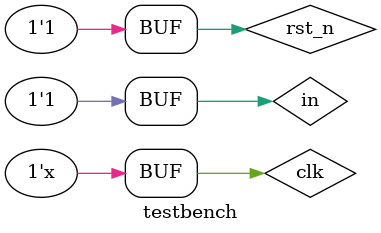
<source format=v>
`timescale 1ns / 1ps

module testbench(

    );
    reg clk;
    reg rst_n;
    reg in;
    wire out;
    always #5 clk<=~clk;
    
    initial begin
        clk <= 'b0;
        rst_n <= 'b0;
        in <= 'b1;
        #5 rst_n <= 'b1;
       
       //ÊäÈë01
       #10 in <= 'b0;
       #10 in <= 'b1;
       
       //ÊäÈë001
       #10 in <= 'b0;
       #10 in <= 'b0;
       #10 in <= 'b1;
       
       //ÊäÈë0001
       #10 in <= 'b0;
       #10 in <= 'b0;
       #10 in <= 'b0;
       #10 in <= 'b1;
       
       //ÊäÈë00001
       #10 in <= 'b0;
       #10 in <= 'b0;
       #10 in <= 'b0;
       #10 in <= 'b0;
       #10 in <= 'b1;
       
       //ÊäÈë000001
       #10 in <= 'b0;
       #10 in <= 'b0;
       #10 in <= 'b0;
       #10 in <= 'b0;
       #10 in <= 'b0;
       #10 in <= 'b1;
        
    end
    
    Exp2 exp2(
        .clk (clk ),
        .rst_n (rst_n),
        .in (in ),
        .out (out )
    );
endmodule

</source>
